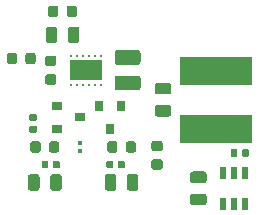
<source format=gbr>
G04 #@! TF.GenerationSoftware,KiCad,Pcbnew,(5.1.5)-3*
G04 #@! TF.CreationDate,2021-01-08T03:31:11-05:00*
G04 #@! TF.ProjectId,EPC611 LIDAR,45504336-3131-4204-9c49-4441522e6b69,rev?*
G04 #@! TF.SameCoordinates,Original*
G04 #@! TF.FileFunction,Paste,Bot*
G04 #@! TF.FilePolarity,Positive*
%FSLAX46Y46*%
G04 Gerber Fmt 4.6, Leading zero omitted, Abs format (unit mm)*
G04 Created by KiCad (PCBNEW (5.1.5)-3) date 2021-01-08 03:31:11*
%MOMM*%
%LPD*%
G04 APERTURE LIST*
%ADD10R,0.550000X1.050000*%
%ADD11R,0.250000X0.250000*%
%ADD12R,2.700000X1.700000*%
%ADD13C,0.100000*%
%ADD14R,6.100000X2.350000*%
%ADD15R,0.900000X0.800000*%
%ADD16R,0.800000X0.900000*%
G04 APERTURE END LIST*
D10*
X122450000Y-110700000D03*
X121500000Y-110700000D03*
X120550000Y-110700000D03*
X120550000Y-113300000D03*
X121500000Y-113300000D03*
X122450000Y-113300000D03*
D11*
X107750000Y-100775000D03*
X107750000Y-103225000D03*
D12*
X109000000Y-102000000D03*
D11*
X110250000Y-100775000D03*
X109750000Y-100775000D03*
X109250000Y-100775000D03*
X108750000Y-100775000D03*
X108250000Y-100775000D03*
X108250000Y-103225000D03*
X108750000Y-103225000D03*
X109250000Y-103225000D03*
X109750000Y-103225000D03*
X110250000Y-103225000D03*
D13*
G36*
X105676958Y-109680710D02*
G01*
X105691276Y-109682834D01*
X105705317Y-109686351D01*
X105718946Y-109691228D01*
X105732031Y-109697417D01*
X105744447Y-109704858D01*
X105756073Y-109713481D01*
X105766798Y-109723202D01*
X105776519Y-109733927D01*
X105785142Y-109745553D01*
X105792583Y-109757969D01*
X105798772Y-109771054D01*
X105803649Y-109784683D01*
X105807166Y-109798724D01*
X105809290Y-109813042D01*
X105810000Y-109827500D01*
X105810000Y-110172500D01*
X105809290Y-110186958D01*
X105807166Y-110201276D01*
X105803649Y-110215317D01*
X105798772Y-110228946D01*
X105792583Y-110242031D01*
X105785142Y-110254447D01*
X105776519Y-110266073D01*
X105766798Y-110276798D01*
X105756073Y-110286519D01*
X105744447Y-110295142D01*
X105732031Y-110302583D01*
X105718946Y-110308772D01*
X105705317Y-110313649D01*
X105691276Y-110317166D01*
X105676958Y-110319290D01*
X105662500Y-110320000D01*
X105367500Y-110320000D01*
X105353042Y-110319290D01*
X105338724Y-110317166D01*
X105324683Y-110313649D01*
X105311054Y-110308772D01*
X105297969Y-110302583D01*
X105285553Y-110295142D01*
X105273927Y-110286519D01*
X105263202Y-110276798D01*
X105253481Y-110266073D01*
X105244858Y-110254447D01*
X105237417Y-110242031D01*
X105231228Y-110228946D01*
X105226351Y-110215317D01*
X105222834Y-110201276D01*
X105220710Y-110186958D01*
X105220000Y-110172500D01*
X105220000Y-109827500D01*
X105220710Y-109813042D01*
X105222834Y-109798724D01*
X105226351Y-109784683D01*
X105231228Y-109771054D01*
X105237417Y-109757969D01*
X105244858Y-109745553D01*
X105253481Y-109733927D01*
X105263202Y-109723202D01*
X105273927Y-109713481D01*
X105285553Y-109704858D01*
X105297969Y-109697417D01*
X105311054Y-109691228D01*
X105324683Y-109686351D01*
X105338724Y-109682834D01*
X105353042Y-109680710D01*
X105367500Y-109680000D01*
X105662500Y-109680000D01*
X105676958Y-109680710D01*
G37*
G36*
X106646958Y-109680710D02*
G01*
X106661276Y-109682834D01*
X106675317Y-109686351D01*
X106688946Y-109691228D01*
X106702031Y-109697417D01*
X106714447Y-109704858D01*
X106726073Y-109713481D01*
X106736798Y-109723202D01*
X106746519Y-109733927D01*
X106755142Y-109745553D01*
X106762583Y-109757969D01*
X106768772Y-109771054D01*
X106773649Y-109784683D01*
X106777166Y-109798724D01*
X106779290Y-109813042D01*
X106780000Y-109827500D01*
X106780000Y-110172500D01*
X106779290Y-110186958D01*
X106777166Y-110201276D01*
X106773649Y-110215317D01*
X106768772Y-110228946D01*
X106762583Y-110242031D01*
X106755142Y-110254447D01*
X106746519Y-110266073D01*
X106736798Y-110276798D01*
X106726073Y-110286519D01*
X106714447Y-110295142D01*
X106702031Y-110302583D01*
X106688946Y-110308772D01*
X106675317Y-110313649D01*
X106661276Y-110317166D01*
X106646958Y-110319290D01*
X106632500Y-110320000D01*
X106337500Y-110320000D01*
X106323042Y-110319290D01*
X106308724Y-110317166D01*
X106294683Y-110313649D01*
X106281054Y-110308772D01*
X106267969Y-110302583D01*
X106255553Y-110295142D01*
X106243927Y-110286519D01*
X106233202Y-110276798D01*
X106223481Y-110266073D01*
X106214858Y-110254447D01*
X106207417Y-110242031D01*
X106201228Y-110228946D01*
X106196351Y-110215317D01*
X106192834Y-110201276D01*
X106190710Y-110186958D01*
X106190000Y-110172500D01*
X106190000Y-109827500D01*
X106190710Y-109813042D01*
X106192834Y-109798724D01*
X106196351Y-109784683D01*
X106201228Y-109771054D01*
X106207417Y-109757969D01*
X106214858Y-109745553D01*
X106223481Y-109733927D01*
X106233202Y-109723202D01*
X106243927Y-109713481D01*
X106255553Y-109704858D01*
X106267969Y-109697417D01*
X106281054Y-109691228D01*
X106294683Y-109686351D01*
X106308724Y-109682834D01*
X106323042Y-109680710D01*
X106337500Y-109680000D01*
X106632500Y-109680000D01*
X106646958Y-109680710D01*
G37*
G36*
X104952691Y-108026053D02*
G01*
X104973926Y-108029203D01*
X104994750Y-108034419D01*
X105014962Y-108041651D01*
X105034368Y-108050830D01*
X105052781Y-108061866D01*
X105070024Y-108074654D01*
X105085930Y-108089070D01*
X105100346Y-108104976D01*
X105113134Y-108122219D01*
X105124170Y-108140632D01*
X105133349Y-108160038D01*
X105140581Y-108180250D01*
X105145797Y-108201074D01*
X105148947Y-108222309D01*
X105150000Y-108243750D01*
X105150000Y-108756250D01*
X105148947Y-108777691D01*
X105145797Y-108798926D01*
X105140581Y-108819750D01*
X105133349Y-108839962D01*
X105124170Y-108859368D01*
X105113134Y-108877781D01*
X105100346Y-108895024D01*
X105085930Y-108910930D01*
X105070024Y-108925346D01*
X105052781Y-108938134D01*
X105034368Y-108949170D01*
X105014962Y-108958349D01*
X104994750Y-108965581D01*
X104973926Y-108970797D01*
X104952691Y-108973947D01*
X104931250Y-108975000D01*
X104493750Y-108975000D01*
X104472309Y-108973947D01*
X104451074Y-108970797D01*
X104430250Y-108965581D01*
X104410038Y-108958349D01*
X104390632Y-108949170D01*
X104372219Y-108938134D01*
X104354976Y-108925346D01*
X104339070Y-108910930D01*
X104324654Y-108895024D01*
X104311866Y-108877781D01*
X104300830Y-108859368D01*
X104291651Y-108839962D01*
X104284419Y-108819750D01*
X104279203Y-108798926D01*
X104276053Y-108777691D01*
X104275000Y-108756250D01*
X104275000Y-108243750D01*
X104276053Y-108222309D01*
X104279203Y-108201074D01*
X104284419Y-108180250D01*
X104291651Y-108160038D01*
X104300830Y-108140632D01*
X104311866Y-108122219D01*
X104324654Y-108104976D01*
X104339070Y-108089070D01*
X104354976Y-108074654D01*
X104372219Y-108061866D01*
X104390632Y-108050830D01*
X104410038Y-108041651D01*
X104430250Y-108034419D01*
X104451074Y-108029203D01*
X104472309Y-108026053D01*
X104493750Y-108025000D01*
X104931250Y-108025000D01*
X104952691Y-108026053D01*
G37*
G36*
X106527691Y-108026053D02*
G01*
X106548926Y-108029203D01*
X106569750Y-108034419D01*
X106589962Y-108041651D01*
X106609368Y-108050830D01*
X106627781Y-108061866D01*
X106645024Y-108074654D01*
X106660930Y-108089070D01*
X106675346Y-108104976D01*
X106688134Y-108122219D01*
X106699170Y-108140632D01*
X106708349Y-108160038D01*
X106715581Y-108180250D01*
X106720797Y-108201074D01*
X106723947Y-108222309D01*
X106725000Y-108243750D01*
X106725000Y-108756250D01*
X106723947Y-108777691D01*
X106720797Y-108798926D01*
X106715581Y-108819750D01*
X106708349Y-108839962D01*
X106699170Y-108859368D01*
X106688134Y-108877781D01*
X106675346Y-108895024D01*
X106660930Y-108910930D01*
X106645024Y-108925346D01*
X106627781Y-108938134D01*
X106609368Y-108949170D01*
X106589962Y-108958349D01*
X106569750Y-108965581D01*
X106548926Y-108970797D01*
X106527691Y-108973947D01*
X106506250Y-108975000D01*
X106068750Y-108975000D01*
X106047309Y-108973947D01*
X106026074Y-108970797D01*
X106005250Y-108965581D01*
X105985038Y-108958349D01*
X105965632Y-108949170D01*
X105947219Y-108938134D01*
X105929976Y-108925346D01*
X105914070Y-108910930D01*
X105899654Y-108895024D01*
X105886866Y-108877781D01*
X105875830Y-108859368D01*
X105866651Y-108839962D01*
X105859419Y-108819750D01*
X105854203Y-108798926D01*
X105851053Y-108777691D01*
X105850000Y-108756250D01*
X105850000Y-108243750D01*
X105851053Y-108222309D01*
X105854203Y-108201074D01*
X105859419Y-108180250D01*
X105866651Y-108160038D01*
X105875830Y-108140632D01*
X105886866Y-108122219D01*
X105899654Y-108104976D01*
X105914070Y-108089070D01*
X105929976Y-108074654D01*
X105947219Y-108061866D01*
X105965632Y-108050830D01*
X105985038Y-108041651D01*
X106005250Y-108034419D01*
X106026074Y-108029203D01*
X106047309Y-108026053D01*
X106068750Y-108025000D01*
X106506250Y-108025000D01*
X106527691Y-108026053D01*
G37*
G36*
X111176958Y-109680710D02*
G01*
X111191276Y-109682834D01*
X111205317Y-109686351D01*
X111218946Y-109691228D01*
X111232031Y-109697417D01*
X111244447Y-109704858D01*
X111256073Y-109713481D01*
X111266798Y-109723202D01*
X111276519Y-109733927D01*
X111285142Y-109745553D01*
X111292583Y-109757969D01*
X111298772Y-109771054D01*
X111303649Y-109784683D01*
X111307166Y-109798724D01*
X111309290Y-109813042D01*
X111310000Y-109827500D01*
X111310000Y-110172500D01*
X111309290Y-110186958D01*
X111307166Y-110201276D01*
X111303649Y-110215317D01*
X111298772Y-110228946D01*
X111292583Y-110242031D01*
X111285142Y-110254447D01*
X111276519Y-110266073D01*
X111266798Y-110276798D01*
X111256073Y-110286519D01*
X111244447Y-110295142D01*
X111232031Y-110302583D01*
X111218946Y-110308772D01*
X111205317Y-110313649D01*
X111191276Y-110317166D01*
X111176958Y-110319290D01*
X111162500Y-110320000D01*
X110867500Y-110320000D01*
X110853042Y-110319290D01*
X110838724Y-110317166D01*
X110824683Y-110313649D01*
X110811054Y-110308772D01*
X110797969Y-110302583D01*
X110785553Y-110295142D01*
X110773927Y-110286519D01*
X110763202Y-110276798D01*
X110753481Y-110266073D01*
X110744858Y-110254447D01*
X110737417Y-110242031D01*
X110731228Y-110228946D01*
X110726351Y-110215317D01*
X110722834Y-110201276D01*
X110720710Y-110186958D01*
X110720000Y-110172500D01*
X110720000Y-109827500D01*
X110720710Y-109813042D01*
X110722834Y-109798724D01*
X110726351Y-109784683D01*
X110731228Y-109771054D01*
X110737417Y-109757969D01*
X110744858Y-109745553D01*
X110753481Y-109733927D01*
X110763202Y-109723202D01*
X110773927Y-109713481D01*
X110785553Y-109704858D01*
X110797969Y-109697417D01*
X110811054Y-109691228D01*
X110824683Y-109686351D01*
X110838724Y-109682834D01*
X110853042Y-109680710D01*
X110867500Y-109680000D01*
X111162500Y-109680000D01*
X111176958Y-109680710D01*
G37*
G36*
X112146958Y-109680710D02*
G01*
X112161276Y-109682834D01*
X112175317Y-109686351D01*
X112188946Y-109691228D01*
X112202031Y-109697417D01*
X112214447Y-109704858D01*
X112226073Y-109713481D01*
X112236798Y-109723202D01*
X112246519Y-109733927D01*
X112255142Y-109745553D01*
X112262583Y-109757969D01*
X112268772Y-109771054D01*
X112273649Y-109784683D01*
X112277166Y-109798724D01*
X112279290Y-109813042D01*
X112280000Y-109827500D01*
X112280000Y-110172500D01*
X112279290Y-110186958D01*
X112277166Y-110201276D01*
X112273649Y-110215317D01*
X112268772Y-110228946D01*
X112262583Y-110242031D01*
X112255142Y-110254447D01*
X112246519Y-110266073D01*
X112236798Y-110276798D01*
X112226073Y-110286519D01*
X112214447Y-110295142D01*
X112202031Y-110302583D01*
X112188946Y-110308772D01*
X112175317Y-110313649D01*
X112161276Y-110317166D01*
X112146958Y-110319290D01*
X112132500Y-110320000D01*
X111837500Y-110320000D01*
X111823042Y-110319290D01*
X111808724Y-110317166D01*
X111794683Y-110313649D01*
X111781054Y-110308772D01*
X111767969Y-110302583D01*
X111755553Y-110295142D01*
X111743927Y-110286519D01*
X111733202Y-110276798D01*
X111723481Y-110266073D01*
X111714858Y-110254447D01*
X111707417Y-110242031D01*
X111701228Y-110228946D01*
X111696351Y-110215317D01*
X111692834Y-110201276D01*
X111690710Y-110186958D01*
X111690000Y-110172500D01*
X111690000Y-109827500D01*
X111690710Y-109813042D01*
X111692834Y-109798724D01*
X111696351Y-109784683D01*
X111701228Y-109771054D01*
X111707417Y-109757969D01*
X111714858Y-109745553D01*
X111723481Y-109733927D01*
X111733202Y-109723202D01*
X111743927Y-109713481D01*
X111755553Y-109704858D01*
X111767969Y-109697417D01*
X111781054Y-109691228D01*
X111794683Y-109686351D01*
X111808724Y-109682834D01*
X111823042Y-109680710D01*
X111837500Y-109680000D01*
X112132500Y-109680000D01*
X112146958Y-109680710D01*
G37*
G36*
X111452691Y-108026053D02*
G01*
X111473926Y-108029203D01*
X111494750Y-108034419D01*
X111514962Y-108041651D01*
X111534368Y-108050830D01*
X111552781Y-108061866D01*
X111570024Y-108074654D01*
X111585930Y-108089070D01*
X111600346Y-108104976D01*
X111613134Y-108122219D01*
X111624170Y-108140632D01*
X111633349Y-108160038D01*
X111640581Y-108180250D01*
X111645797Y-108201074D01*
X111648947Y-108222309D01*
X111650000Y-108243750D01*
X111650000Y-108756250D01*
X111648947Y-108777691D01*
X111645797Y-108798926D01*
X111640581Y-108819750D01*
X111633349Y-108839962D01*
X111624170Y-108859368D01*
X111613134Y-108877781D01*
X111600346Y-108895024D01*
X111585930Y-108910930D01*
X111570024Y-108925346D01*
X111552781Y-108938134D01*
X111534368Y-108949170D01*
X111514962Y-108958349D01*
X111494750Y-108965581D01*
X111473926Y-108970797D01*
X111452691Y-108973947D01*
X111431250Y-108975000D01*
X110993750Y-108975000D01*
X110972309Y-108973947D01*
X110951074Y-108970797D01*
X110930250Y-108965581D01*
X110910038Y-108958349D01*
X110890632Y-108949170D01*
X110872219Y-108938134D01*
X110854976Y-108925346D01*
X110839070Y-108910930D01*
X110824654Y-108895024D01*
X110811866Y-108877781D01*
X110800830Y-108859368D01*
X110791651Y-108839962D01*
X110784419Y-108819750D01*
X110779203Y-108798926D01*
X110776053Y-108777691D01*
X110775000Y-108756250D01*
X110775000Y-108243750D01*
X110776053Y-108222309D01*
X110779203Y-108201074D01*
X110784419Y-108180250D01*
X110791651Y-108160038D01*
X110800830Y-108140632D01*
X110811866Y-108122219D01*
X110824654Y-108104976D01*
X110839070Y-108089070D01*
X110854976Y-108074654D01*
X110872219Y-108061866D01*
X110890632Y-108050830D01*
X110910038Y-108041651D01*
X110930250Y-108034419D01*
X110951074Y-108029203D01*
X110972309Y-108026053D01*
X110993750Y-108025000D01*
X111431250Y-108025000D01*
X111452691Y-108026053D01*
G37*
G36*
X113027691Y-108026053D02*
G01*
X113048926Y-108029203D01*
X113069750Y-108034419D01*
X113089962Y-108041651D01*
X113109368Y-108050830D01*
X113127781Y-108061866D01*
X113145024Y-108074654D01*
X113160930Y-108089070D01*
X113175346Y-108104976D01*
X113188134Y-108122219D01*
X113199170Y-108140632D01*
X113208349Y-108160038D01*
X113215581Y-108180250D01*
X113220797Y-108201074D01*
X113223947Y-108222309D01*
X113225000Y-108243750D01*
X113225000Y-108756250D01*
X113223947Y-108777691D01*
X113220797Y-108798926D01*
X113215581Y-108819750D01*
X113208349Y-108839962D01*
X113199170Y-108859368D01*
X113188134Y-108877781D01*
X113175346Y-108895024D01*
X113160930Y-108910930D01*
X113145024Y-108925346D01*
X113127781Y-108938134D01*
X113109368Y-108949170D01*
X113089962Y-108958349D01*
X113069750Y-108965581D01*
X113048926Y-108970797D01*
X113027691Y-108973947D01*
X113006250Y-108975000D01*
X112568750Y-108975000D01*
X112547309Y-108973947D01*
X112526074Y-108970797D01*
X112505250Y-108965581D01*
X112485038Y-108958349D01*
X112465632Y-108949170D01*
X112447219Y-108938134D01*
X112429976Y-108925346D01*
X112414070Y-108910930D01*
X112399654Y-108895024D01*
X112386866Y-108877781D01*
X112375830Y-108859368D01*
X112366651Y-108839962D01*
X112359419Y-108819750D01*
X112354203Y-108798926D01*
X112351053Y-108777691D01*
X112350000Y-108756250D01*
X112350000Y-108243750D01*
X112351053Y-108222309D01*
X112354203Y-108201074D01*
X112359419Y-108180250D01*
X112366651Y-108160038D01*
X112375830Y-108140632D01*
X112386866Y-108122219D01*
X112399654Y-108104976D01*
X112414070Y-108089070D01*
X112429976Y-108074654D01*
X112447219Y-108061866D01*
X112465632Y-108050830D01*
X112485038Y-108041651D01*
X112505250Y-108034419D01*
X112526074Y-108029203D01*
X112547309Y-108026053D01*
X112568750Y-108025000D01*
X113006250Y-108025000D01*
X113027691Y-108026053D01*
G37*
G36*
X106277691Y-102351053D02*
G01*
X106298926Y-102354203D01*
X106319750Y-102359419D01*
X106339962Y-102366651D01*
X106359368Y-102375830D01*
X106377781Y-102386866D01*
X106395024Y-102399654D01*
X106410930Y-102414070D01*
X106425346Y-102429976D01*
X106438134Y-102447219D01*
X106449170Y-102465632D01*
X106458349Y-102485038D01*
X106465581Y-102505250D01*
X106470797Y-102526074D01*
X106473947Y-102547309D01*
X106475000Y-102568750D01*
X106475000Y-103006250D01*
X106473947Y-103027691D01*
X106470797Y-103048926D01*
X106465581Y-103069750D01*
X106458349Y-103089962D01*
X106449170Y-103109368D01*
X106438134Y-103127781D01*
X106425346Y-103145024D01*
X106410930Y-103160930D01*
X106395024Y-103175346D01*
X106377781Y-103188134D01*
X106359368Y-103199170D01*
X106339962Y-103208349D01*
X106319750Y-103215581D01*
X106298926Y-103220797D01*
X106277691Y-103223947D01*
X106256250Y-103225000D01*
X105743750Y-103225000D01*
X105722309Y-103223947D01*
X105701074Y-103220797D01*
X105680250Y-103215581D01*
X105660038Y-103208349D01*
X105640632Y-103199170D01*
X105622219Y-103188134D01*
X105604976Y-103175346D01*
X105589070Y-103160930D01*
X105574654Y-103145024D01*
X105561866Y-103127781D01*
X105550830Y-103109368D01*
X105541651Y-103089962D01*
X105534419Y-103069750D01*
X105529203Y-103048926D01*
X105526053Y-103027691D01*
X105525000Y-103006250D01*
X105525000Y-102568750D01*
X105526053Y-102547309D01*
X105529203Y-102526074D01*
X105534419Y-102505250D01*
X105541651Y-102485038D01*
X105550830Y-102465632D01*
X105561866Y-102447219D01*
X105574654Y-102429976D01*
X105589070Y-102414070D01*
X105604976Y-102399654D01*
X105622219Y-102386866D01*
X105640632Y-102375830D01*
X105660038Y-102366651D01*
X105680250Y-102359419D01*
X105701074Y-102354203D01*
X105722309Y-102351053D01*
X105743750Y-102350000D01*
X106256250Y-102350000D01*
X106277691Y-102351053D01*
G37*
G36*
X106277691Y-100776053D02*
G01*
X106298926Y-100779203D01*
X106319750Y-100784419D01*
X106339962Y-100791651D01*
X106359368Y-100800830D01*
X106377781Y-100811866D01*
X106395024Y-100824654D01*
X106410930Y-100839070D01*
X106425346Y-100854976D01*
X106438134Y-100872219D01*
X106449170Y-100890632D01*
X106458349Y-100910038D01*
X106465581Y-100930250D01*
X106470797Y-100951074D01*
X106473947Y-100972309D01*
X106475000Y-100993750D01*
X106475000Y-101431250D01*
X106473947Y-101452691D01*
X106470797Y-101473926D01*
X106465581Y-101494750D01*
X106458349Y-101514962D01*
X106449170Y-101534368D01*
X106438134Y-101552781D01*
X106425346Y-101570024D01*
X106410930Y-101585930D01*
X106395024Y-101600346D01*
X106377781Y-101613134D01*
X106359368Y-101624170D01*
X106339962Y-101633349D01*
X106319750Y-101640581D01*
X106298926Y-101645797D01*
X106277691Y-101648947D01*
X106256250Y-101650000D01*
X105743750Y-101650000D01*
X105722309Y-101648947D01*
X105701074Y-101645797D01*
X105680250Y-101640581D01*
X105660038Y-101633349D01*
X105640632Y-101624170D01*
X105622219Y-101613134D01*
X105604976Y-101600346D01*
X105589070Y-101585930D01*
X105574654Y-101570024D01*
X105561866Y-101552781D01*
X105550830Y-101534368D01*
X105541651Y-101514962D01*
X105534419Y-101494750D01*
X105529203Y-101473926D01*
X105526053Y-101452691D01*
X105525000Y-101431250D01*
X105525000Y-100993750D01*
X105526053Y-100972309D01*
X105529203Y-100951074D01*
X105534419Y-100930250D01*
X105541651Y-100910038D01*
X105550830Y-100890632D01*
X105561866Y-100872219D01*
X105574654Y-100854976D01*
X105589070Y-100839070D01*
X105604976Y-100824654D01*
X105622219Y-100811866D01*
X105640632Y-100800830D01*
X105660038Y-100791651D01*
X105680250Y-100784419D01*
X105701074Y-100779203D01*
X105722309Y-100776053D01*
X105743750Y-100775000D01*
X106256250Y-100775000D01*
X106277691Y-100776053D01*
G37*
G36*
X108027691Y-96526053D02*
G01*
X108048926Y-96529203D01*
X108069750Y-96534419D01*
X108089962Y-96541651D01*
X108109368Y-96550830D01*
X108127781Y-96561866D01*
X108145024Y-96574654D01*
X108160930Y-96589070D01*
X108175346Y-96604976D01*
X108188134Y-96622219D01*
X108199170Y-96640632D01*
X108208349Y-96660038D01*
X108215581Y-96680250D01*
X108220797Y-96701074D01*
X108223947Y-96722309D01*
X108225000Y-96743750D01*
X108225000Y-97256250D01*
X108223947Y-97277691D01*
X108220797Y-97298926D01*
X108215581Y-97319750D01*
X108208349Y-97339962D01*
X108199170Y-97359368D01*
X108188134Y-97377781D01*
X108175346Y-97395024D01*
X108160930Y-97410930D01*
X108145024Y-97425346D01*
X108127781Y-97438134D01*
X108109368Y-97449170D01*
X108089962Y-97458349D01*
X108069750Y-97465581D01*
X108048926Y-97470797D01*
X108027691Y-97473947D01*
X108006250Y-97475000D01*
X107568750Y-97475000D01*
X107547309Y-97473947D01*
X107526074Y-97470797D01*
X107505250Y-97465581D01*
X107485038Y-97458349D01*
X107465632Y-97449170D01*
X107447219Y-97438134D01*
X107429976Y-97425346D01*
X107414070Y-97410930D01*
X107399654Y-97395024D01*
X107386866Y-97377781D01*
X107375830Y-97359368D01*
X107366651Y-97339962D01*
X107359419Y-97319750D01*
X107354203Y-97298926D01*
X107351053Y-97277691D01*
X107350000Y-97256250D01*
X107350000Y-96743750D01*
X107351053Y-96722309D01*
X107354203Y-96701074D01*
X107359419Y-96680250D01*
X107366651Y-96660038D01*
X107375830Y-96640632D01*
X107386866Y-96622219D01*
X107399654Y-96604976D01*
X107414070Y-96589070D01*
X107429976Y-96574654D01*
X107447219Y-96561866D01*
X107465632Y-96550830D01*
X107485038Y-96541651D01*
X107505250Y-96534419D01*
X107526074Y-96529203D01*
X107547309Y-96526053D01*
X107568750Y-96525000D01*
X108006250Y-96525000D01*
X108027691Y-96526053D01*
G37*
G36*
X106452691Y-96526053D02*
G01*
X106473926Y-96529203D01*
X106494750Y-96534419D01*
X106514962Y-96541651D01*
X106534368Y-96550830D01*
X106552781Y-96561866D01*
X106570024Y-96574654D01*
X106585930Y-96589070D01*
X106600346Y-96604976D01*
X106613134Y-96622219D01*
X106624170Y-96640632D01*
X106633349Y-96660038D01*
X106640581Y-96680250D01*
X106645797Y-96701074D01*
X106648947Y-96722309D01*
X106650000Y-96743750D01*
X106650000Y-97256250D01*
X106648947Y-97277691D01*
X106645797Y-97298926D01*
X106640581Y-97319750D01*
X106633349Y-97339962D01*
X106624170Y-97359368D01*
X106613134Y-97377781D01*
X106600346Y-97395024D01*
X106585930Y-97410930D01*
X106570024Y-97425346D01*
X106552781Y-97438134D01*
X106534368Y-97449170D01*
X106514962Y-97458349D01*
X106494750Y-97465581D01*
X106473926Y-97470797D01*
X106452691Y-97473947D01*
X106431250Y-97475000D01*
X105993750Y-97475000D01*
X105972309Y-97473947D01*
X105951074Y-97470797D01*
X105930250Y-97465581D01*
X105910038Y-97458349D01*
X105890632Y-97449170D01*
X105872219Y-97438134D01*
X105854976Y-97425346D01*
X105839070Y-97410930D01*
X105824654Y-97395024D01*
X105811866Y-97377781D01*
X105800830Y-97359368D01*
X105791651Y-97339962D01*
X105784419Y-97319750D01*
X105779203Y-97298926D01*
X105776053Y-97277691D01*
X105775000Y-97256250D01*
X105775000Y-96743750D01*
X105776053Y-96722309D01*
X105779203Y-96701074D01*
X105784419Y-96680250D01*
X105791651Y-96660038D01*
X105800830Y-96640632D01*
X105811866Y-96622219D01*
X105824654Y-96604976D01*
X105839070Y-96589070D01*
X105854976Y-96574654D01*
X105872219Y-96561866D01*
X105890632Y-96550830D01*
X105910038Y-96541651D01*
X105930250Y-96534419D01*
X105951074Y-96529203D01*
X105972309Y-96526053D01*
X105993750Y-96525000D01*
X106431250Y-96525000D01*
X106452691Y-96526053D01*
G37*
D14*
X120000000Y-102100000D03*
X120000000Y-107000000D03*
D13*
G36*
X108608292Y-108686383D02*
G01*
X108616010Y-108687528D01*
X108623578Y-108689423D01*
X108630923Y-108692052D01*
X108637976Y-108695387D01*
X108644668Y-108699398D01*
X108650934Y-108704046D01*
X108656715Y-108709285D01*
X108661954Y-108715066D01*
X108666602Y-108721332D01*
X108670613Y-108728024D01*
X108673948Y-108735077D01*
X108676577Y-108742422D01*
X108678472Y-108749990D01*
X108679617Y-108757708D01*
X108680000Y-108765500D01*
X108680000Y-108924500D01*
X108679617Y-108932292D01*
X108678472Y-108940010D01*
X108676577Y-108947578D01*
X108673948Y-108954923D01*
X108670613Y-108961976D01*
X108666602Y-108968668D01*
X108661954Y-108974934D01*
X108656715Y-108980715D01*
X108650934Y-108985954D01*
X108644668Y-108990602D01*
X108637976Y-108994613D01*
X108630923Y-108997948D01*
X108623578Y-109000577D01*
X108616010Y-109002472D01*
X108608292Y-109003617D01*
X108600500Y-109004000D01*
X108399500Y-109004000D01*
X108391708Y-109003617D01*
X108383990Y-109002472D01*
X108376422Y-109000577D01*
X108369077Y-108997948D01*
X108362024Y-108994613D01*
X108355332Y-108990602D01*
X108349066Y-108985954D01*
X108343285Y-108980715D01*
X108338046Y-108974934D01*
X108333398Y-108968668D01*
X108329387Y-108961976D01*
X108326052Y-108954923D01*
X108323423Y-108947578D01*
X108321528Y-108940010D01*
X108320383Y-108932292D01*
X108320000Y-108924500D01*
X108320000Y-108765500D01*
X108320383Y-108757708D01*
X108321528Y-108749990D01*
X108323423Y-108742422D01*
X108326052Y-108735077D01*
X108329387Y-108728024D01*
X108333398Y-108721332D01*
X108338046Y-108715066D01*
X108343285Y-108709285D01*
X108349066Y-108704046D01*
X108355332Y-108699398D01*
X108362024Y-108695387D01*
X108369077Y-108692052D01*
X108376422Y-108689423D01*
X108383990Y-108687528D01*
X108391708Y-108686383D01*
X108399500Y-108686000D01*
X108600500Y-108686000D01*
X108608292Y-108686383D01*
G37*
G36*
X108608292Y-107996383D02*
G01*
X108616010Y-107997528D01*
X108623578Y-107999423D01*
X108630923Y-108002052D01*
X108637976Y-108005387D01*
X108644668Y-108009398D01*
X108650934Y-108014046D01*
X108656715Y-108019285D01*
X108661954Y-108025066D01*
X108666602Y-108031332D01*
X108670613Y-108038024D01*
X108673948Y-108045077D01*
X108676577Y-108052422D01*
X108678472Y-108059990D01*
X108679617Y-108067708D01*
X108680000Y-108075500D01*
X108680000Y-108234500D01*
X108679617Y-108242292D01*
X108678472Y-108250010D01*
X108676577Y-108257578D01*
X108673948Y-108264923D01*
X108670613Y-108271976D01*
X108666602Y-108278668D01*
X108661954Y-108284934D01*
X108656715Y-108290715D01*
X108650934Y-108295954D01*
X108644668Y-108300602D01*
X108637976Y-108304613D01*
X108630923Y-108307948D01*
X108623578Y-108310577D01*
X108616010Y-108312472D01*
X108608292Y-108313617D01*
X108600500Y-108314000D01*
X108399500Y-108314000D01*
X108391708Y-108313617D01*
X108383990Y-108312472D01*
X108376422Y-108310577D01*
X108369077Y-108307948D01*
X108362024Y-108304613D01*
X108355332Y-108300602D01*
X108349066Y-108295954D01*
X108343285Y-108290715D01*
X108338046Y-108284934D01*
X108333398Y-108278668D01*
X108329387Y-108271976D01*
X108326052Y-108264923D01*
X108323423Y-108257578D01*
X108321528Y-108250010D01*
X108320383Y-108242292D01*
X108320000Y-108234500D01*
X108320000Y-108075500D01*
X108320383Y-108067708D01*
X108321528Y-108059990D01*
X108323423Y-108052422D01*
X108326052Y-108045077D01*
X108329387Y-108038024D01*
X108333398Y-108031332D01*
X108338046Y-108025066D01*
X108343285Y-108019285D01*
X108349066Y-108014046D01*
X108355332Y-108009398D01*
X108362024Y-108005387D01*
X108369077Y-108002052D01*
X108376422Y-107999423D01*
X108383990Y-107997528D01*
X108391708Y-107996383D01*
X108399500Y-107996000D01*
X108600500Y-107996000D01*
X108608292Y-107996383D01*
G37*
G36*
X113374504Y-102451204D02*
G01*
X113398773Y-102454804D01*
X113422571Y-102460765D01*
X113445671Y-102469030D01*
X113467849Y-102479520D01*
X113488893Y-102492133D01*
X113508598Y-102506747D01*
X113526777Y-102523223D01*
X113543253Y-102541402D01*
X113557867Y-102561107D01*
X113570480Y-102582151D01*
X113580970Y-102604329D01*
X113589235Y-102627429D01*
X113595196Y-102651227D01*
X113598796Y-102675496D01*
X113600000Y-102700000D01*
X113600000Y-103450000D01*
X113598796Y-103474504D01*
X113595196Y-103498773D01*
X113589235Y-103522571D01*
X113580970Y-103545671D01*
X113570480Y-103567849D01*
X113557867Y-103588893D01*
X113543253Y-103608598D01*
X113526777Y-103626777D01*
X113508598Y-103643253D01*
X113488893Y-103657867D01*
X113467849Y-103670480D01*
X113445671Y-103680970D01*
X113422571Y-103689235D01*
X113398773Y-103695196D01*
X113374504Y-103698796D01*
X113350000Y-103700000D01*
X111650000Y-103700000D01*
X111625496Y-103698796D01*
X111601227Y-103695196D01*
X111577429Y-103689235D01*
X111554329Y-103680970D01*
X111532151Y-103670480D01*
X111511107Y-103657867D01*
X111491402Y-103643253D01*
X111473223Y-103626777D01*
X111456747Y-103608598D01*
X111442133Y-103588893D01*
X111429520Y-103567849D01*
X111419030Y-103545671D01*
X111410765Y-103522571D01*
X111404804Y-103498773D01*
X111401204Y-103474504D01*
X111400000Y-103450000D01*
X111400000Y-102700000D01*
X111401204Y-102675496D01*
X111404804Y-102651227D01*
X111410765Y-102627429D01*
X111419030Y-102604329D01*
X111429520Y-102582151D01*
X111442133Y-102561107D01*
X111456747Y-102541402D01*
X111473223Y-102523223D01*
X111491402Y-102506747D01*
X111511107Y-102492133D01*
X111532151Y-102479520D01*
X111554329Y-102469030D01*
X111577429Y-102460765D01*
X111601227Y-102454804D01*
X111625496Y-102451204D01*
X111650000Y-102450000D01*
X113350000Y-102450000D01*
X113374504Y-102451204D01*
G37*
G36*
X113374504Y-100301204D02*
G01*
X113398773Y-100304804D01*
X113422571Y-100310765D01*
X113445671Y-100319030D01*
X113467849Y-100329520D01*
X113488893Y-100342133D01*
X113508598Y-100356747D01*
X113526777Y-100373223D01*
X113543253Y-100391402D01*
X113557867Y-100411107D01*
X113570480Y-100432151D01*
X113580970Y-100454329D01*
X113589235Y-100477429D01*
X113595196Y-100501227D01*
X113598796Y-100525496D01*
X113600000Y-100550000D01*
X113600000Y-101300000D01*
X113598796Y-101324504D01*
X113595196Y-101348773D01*
X113589235Y-101372571D01*
X113580970Y-101395671D01*
X113570480Y-101417849D01*
X113557867Y-101438893D01*
X113543253Y-101458598D01*
X113526777Y-101476777D01*
X113508598Y-101493253D01*
X113488893Y-101507867D01*
X113467849Y-101520480D01*
X113445671Y-101530970D01*
X113422571Y-101539235D01*
X113398773Y-101545196D01*
X113374504Y-101548796D01*
X113350000Y-101550000D01*
X111650000Y-101550000D01*
X111625496Y-101548796D01*
X111601227Y-101545196D01*
X111577429Y-101539235D01*
X111554329Y-101530970D01*
X111532151Y-101520480D01*
X111511107Y-101507867D01*
X111491402Y-101493253D01*
X111473223Y-101476777D01*
X111456747Y-101458598D01*
X111442133Y-101438893D01*
X111429520Y-101417849D01*
X111419030Y-101395671D01*
X111410765Y-101372571D01*
X111404804Y-101348773D01*
X111401204Y-101324504D01*
X111400000Y-101300000D01*
X111400000Y-100550000D01*
X111401204Y-100525496D01*
X111404804Y-100501227D01*
X111410765Y-100477429D01*
X111419030Y-100454329D01*
X111429520Y-100432151D01*
X111442133Y-100411107D01*
X111456747Y-100391402D01*
X111473223Y-100373223D01*
X111491402Y-100356747D01*
X111511107Y-100342133D01*
X111532151Y-100329520D01*
X111554329Y-100319030D01*
X111577429Y-100310765D01*
X111601227Y-100304804D01*
X111625496Y-100301204D01*
X111650000Y-100300000D01*
X113350000Y-100300000D01*
X113374504Y-100301204D01*
G37*
D15*
X108500000Y-106000000D03*
X106500000Y-105050000D03*
X106500000Y-106950000D03*
D16*
X111000000Y-107000000D03*
X111950000Y-105000000D03*
X110050000Y-105000000D03*
D13*
G36*
X121676958Y-108680710D02*
G01*
X121691276Y-108682834D01*
X121705317Y-108686351D01*
X121718946Y-108691228D01*
X121732031Y-108697417D01*
X121744447Y-108704858D01*
X121756073Y-108713481D01*
X121766798Y-108723202D01*
X121776519Y-108733927D01*
X121785142Y-108745553D01*
X121792583Y-108757969D01*
X121798772Y-108771054D01*
X121803649Y-108784683D01*
X121807166Y-108798724D01*
X121809290Y-108813042D01*
X121810000Y-108827500D01*
X121810000Y-109172500D01*
X121809290Y-109186958D01*
X121807166Y-109201276D01*
X121803649Y-109215317D01*
X121798772Y-109228946D01*
X121792583Y-109242031D01*
X121785142Y-109254447D01*
X121776519Y-109266073D01*
X121766798Y-109276798D01*
X121756073Y-109286519D01*
X121744447Y-109295142D01*
X121732031Y-109302583D01*
X121718946Y-109308772D01*
X121705317Y-109313649D01*
X121691276Y-109317166D01*
X121676958Y-109319290D01*
X121662500Y-109320000D01*
X121367500Y-109320000D01*
X121353042Y-109319290D01*
X121338724Y-109317166D01*
X121324683Y-109313649D01*
X121311054Y-109308772D01*
X121297969Y-109302583D01*
X121285553Y-109295142D01*
X121273927Y-109286519D01*
X121263202Y-109276798D01*
X121253481Y-109266073D01*
X121244858Y-109254447D01*
X121237417Y-109242031D01*
X121231228Y-109228946D01*
X121226351Y-109215317D01*
X121222834Y-109201276D01*
X121220710Y-109186958D01*
X121220000Y-109172500D01*
X121220000Y-108827500D01*
X121220710Y-108813042D01*
X121222834Y-108798724D01*
X121226351Y-108784683D01*
X121231228Y-108771054D01*
X121237417Y-108757969D01*
X121244858Y-108745553D01*
X121253481Y-108733927D01*
X121263202Y-108723202D01*
X121273927Y-108713481D01*
X121285553Y-108704858D01*
X121297969Y-108697417D01*
X121311054Y-108691228D01*
X121324683Y-108686351D01*
X121338724Y-108682834D01*
X121353042Y-108680710D01*
X121367500Y-108680000D01*
X121662500Y-108680000D01*
X121676958Y-108680710D01*
G37*
G36*
X122646958Y-108680710D02*
G01*
X122661276Y-108682834D01*
X122675317Y-108686351D01*
X122688946Y-108691228D01*
X122702031Y-108697417D01*
X122714447Y-108704858D01*
X122726073Y-108713481D01*
X122736798Y-108723202D01*
X122746519Y-108733927D01*
X122755142Y-108745553D01*
X122762583Y-108757969D01*
X122768772Y-108771054D01*
X122773649Y-108784683D01*
X122777166Y-108798724D01*
X122779290Y-108813042D01*
X122780000Y-108827500D01*
X122780000Y-109172500D01*
X122779290Y-109186958D01*
X122777166Y-109201276D01*
X122773649Y-109215317D01*
X122768772Y-109228946D01*
X122762583Y-109242031D01*
X122755142Y-109254447D01*
X122746519Y-109266073D01*
X122736798Y-109276798D01*
X122726073Y-109286519D01*
X122714447Y-109295142D01*
X122702031Y-109302583D01*
X122688946Y-109308772D01*
X122675317Y-109313649D01*
X122661276Y-109317166D01*
X122646958Y-109319290D01*
X122632500Y-109320000D01*
X122337500Y-109320000D01*
X122323042Y-109319290D01*
X122308724Y-109317166D01*
X122294683Y-109313649D01*
X122281054Y-109308772D01*
X122267969Y-109302583D01*
X122255553Y-109295142D01*
X122243927Y-109286519D01*
X122233202Y-109276798D01*
X122223481Y-109266073D01*
X122214858Y-109254447D01*
X122207417Y-109242031D01*
X122201228Y-109228946D01*
X122196351Y-109215317D01*
X122192834Y-109201276D01*
X122190710Y-109186958D01*
X122190000Y-109172500D01*
X122190000Y-108827500D01*
X122190710Y-108813042D01*
X122192834Y-108798724D01*
X122196351Y-108784683D01*
X122201228Y-108771054D01*
X122207417Y-108757969D01*
X122214858Y-108745553D01*
X122223481Y-108733927D01*
X122233202Y-108723202D01*
X122243927Y-108713481D01*
X122255553Y-108704858D01*
X122267969Y-108697417D01*
X122281054Y-108691228D01*
X122294683Y-108686351D01*
X122308724Y-108682834D01*
X122323042Y-108680710D01*
X122337500Y-108680000D01*
X122632500Y-108680000D01*
X122646958Y-108680710D01*
G37*
G36*
X115980142Y-103076174D02*
G01*
X116003803Y-103079684D01*
X116027007Y-103085496D01*
X116049529Y-103093554D01*
X116071153Y-103103782D01*
X116091670Y-103116079D01*
X116110883Y-103130329D01*
X116128607Y-103146393D01*
X116144671Y-103164117D01*
X116158921Y-103183330D01*
X116171218Y-103203847D01*
X116181446Y-103225471D01*
X116189504Y-103247993D01*
X116195316Y-103271197D01*
X116198826Y-103294858D01*
X116200000Y-103318750D01*
X116200000Y-103806250D01*
X116198826Y-103830142D01*
X116195316Y-103853803D01*
X116189504Y-103877007D01*
X116181446Y-103899529D01*
X116171218Y-103921153D01*
X116158921Y-103941670D01*
X116144671Y-103960883D01*
X116128607Y-103978607D01*
X116110883Y-103994671D01*
X116091670Y-104008921D01*
X116071153Y-104021218D01*
X116049529Y-104031446D01*
X116027007Y-104039504D01*
X116003803Y-104045316D01*
X115980142Y-104048826D01*
X115956250Y-104050000D01*
X115043750Y-104050000D01*
X115019858Y-104048826D01*
X114996197Y-104045316D01*
X114972993Y-104039504D01*
X114950471Y-104031446D01*
X114928847Y-104021218D01*
X114908330Y-104008921D01*
X114889117Y-103994671D01*
X114871393Y-103978607D01*
X114855329Y-103960883D01*
X114841079Y-103941670D01*
X114828782Y-103921153D01*
X114818554Y-103899529D01*
X114810496Y-103877007D01*
X114804684Y-103853803D01*
X114801174Y-103830142D01*
X114800000Y-103806250D01*
X114800000Y-103318750D01*
X114801174Y-103294858D01*
X114804684Y-103271197D01*
X114810496Y-103247993D01*
X114818554Y-103225471D01*
X114828782Y-103203847D01*
X114841079Y-103183330D01*
X114855329Y-103164117D01*
X114871393Y-103146393D01*
X114889117Y-103130329D01*
X114908330Y-103116079D01*
X114928847Y-103103782D01*
X114950471Y-103093554D01*
X114972993Y-103085496D01*
X114996197Y-103079684D01*
X115019858Y-103076174D01*
X115043750Y-103075000D01*
X115956250Y-103075000D01*
X115980142Y-103076174D01*
G37*
G36*
X115980142Y-104951174D02*
G01*
X116003803Y-104954684D01*
X116027007Y-104960496D01*
X116049529Y-104968554D01*
X116071153Y-104978782D01*
X116091670Y-104991079D01*
X116110883Y-105005329D01*
X116128607Y-105021393D01*
X116144671Y-105039117D01*
X116158921Y-105058330D01*
X116171218Y-105078847D01*
X116181446Y-105100471D01*
X116189504Y-105122993D01*
X116195316Y-105146197D01*
X116198826Y-105169858D01*
X116200000Y-105193750D01*
X116200000Y-105681250D01*
X116198826Y-105705142D01*
X116195316Y-105728803D01*
X116189504Y-105752007D01*
X116181446Y-105774529D01*
X116171218Y-105796153D01*
X116158921Y-105816670D01*
X116144671Y-105835883D01*
X116128607Y-105853607D01*
X116110883Y-105869671D01*
X116091670Y-105883921D01*
X116071153Y-105896218D01*
X116049529Y-105906446D01*
X116027007Y-105914504D01*
X116003803Y-105920316D01*
X115980142Y-105923826D01*
X115956250Y-105925000D01*
X115043750Y-105925000D01*
X115019858Y-105923826D01*
X114996197Y-105920316D01*
X114972993Y-105914504D01*
X114950471Y-105906446D01*
X114928847Y-105896218D01*
X114908330Y-105883921D01*
X114889117Y-105869671D01*
X114871393Y-105853607D01*
X114855329Y-105835883D01*
X114841079Y-105816670D01*
X114828782Y-105796153D01*
X114818554Y-105774529D01*
X114810496Y-105752007D01*
X114804684Y-105728803D01*
X114801174Y-105705142D01*
X114800000Y-105681250D01*
X114800000Y-105193750D01*
X114801174Y-105169858D01*
X114804684Y-105146197D01*
X114810496Y-105122993D01*
X114818554Y-105100471D01*
X114828782Y-105078847D01*
X114841079Y-105058330D01*
X114855329Y-105039117D01*
X114871393Y-105021393D01*
X114889117Y-105005329D01*
X114908330Y-104991079D01*
X114928847Y-104978782D01*
X114950471Y-104968554D01*
X114972993Y-104960496D01*
X114996197Y-104954684D01*
X115019858Y-104951174D01*
X115043750Y-104950000D01*
X115956250Y-104950000D01*
X115980142Y-104951174D01*
G37*
G36*
X118980142Y-112451174D02*
G01*
X119003803Y-112454684D01*
X119027007Y-112460496D01*
X119049529Y-112468554D01*
X119071153Y-112478782D01*
X119091670Y-112491079D01*
X119110883Y-112505329D01*
X119128607Y-112521393D01*
X119144671Y-112539117D01*
X119158921Y-112558330D01*
X119171218Y-112578847D01*
X119181446Y-112600471D01*
X119189504Y-112622993D01*
X119195316Y-112646197D01*
X119198826Y-112669858D01*
X119200000Y-112693750D01*
X119200000Y-113181250D01*
X119198826Y-113205142D01*
X119195316Y-113228803D01*
X119189504Y-113252007D01*
X119181446Y-113274529D01*
X119171218Y-113296153D01*
X119158921Y-113316670D01*
X119144671Y-113335883D01*
X119128607Y-113353607D01*
X119110883Y-113369671D01*
X119091670Y-113383921D01*
X119071153Y-113396218D01*
X119049529Y-113406446D01*
X119027007Y-113414504D01*
X119003803Y-113420316D01*
X118980142Y-113423826D01*
X118956250Y-113425000D01*
X118043750Y-113425000D01*
X118019858Y-113423826D01*
X117996197Y-113420316D01*
X117972993Y-113414504D01*
X117950471Y-113406446D01*
X117928847Y-113396218D01*
X117908330Y-113383921D01*
X117889117Y-113369671D01*
X117871393Y-113353607D01*
X117855329Y-113335883D01*
X117841079Y-113316670D01*
X117828782Y-113296153D01*
X117818554Y-113274529D01*
X117810496Y-113252007D01*
X117804684Y-113228803D01*
X117801174Y-113205142D01*
X117800000Y-113181250D01*
X117800000Y-112693750D01*
X117801174Y-112669858D01*
X117804684Y-112646197D01*
X117810496Y-112622993D01*
X117818554Y-112600471D01*
X117828782Y-112578847D01*
X117841079Y-112558330D01*
X117855329Y-112539117D01*
X117871393Y-112521393D01*
X117889117Y-112505329D01*
X117908330Y-112491079D01*
X117928847Y-112478782D01*
X117950471Y-112468554D01*
X117972993Y-112460496D01*
X117996197Y-112454684D01*
X118019858Y-112451174D01*
X118043750Y-112450000D01*
X118956250Y-112450000D01*
X118980142Y-112451174D01*
G37*
G36*
X118980142Y-110576174D02*
G01*
X119003803Y-110579684D01*
X119027007Y-110585496D01*
X119049529Y-110593554D01*
X119071153Y-110603782D01*
X119091670Y-110616079D01*
X119110883Y-110630329D01*
X119128607Y-110646393D01*
X119144671Y-110664117D01*
X119158921Y-110683330D01*
X119171218Y-110703847D01*
X119181446Y-110725471D01*
X119189504Y-110747993D01*
X119195316Y-110771197D01*
X119198826Y-110794858D01*
X119200000Y-110818750D01*
X119200000Y-111306250D01*
X119198826Y-111330142D01*
X119195316Y-111353803D01*
X119189504Y-111377007D01*
X119181446Y-111399529D01*
X119171218Y-111421153D01*
X119158921Y-111441670D01*
X119144671Y-111460883D01*
X119128607Y-111478607D01*
X119110883Y-111494671D01*
X119091670Y-111508921D01*
X119071153Y-111521218D01*
X119049529Y-111531446D01*
X119027007Y-111539504D01*
X119003803Y-111545316D01*
X118980142Y-111548826D01*
X118956250Y-111550000D01*
X118043750Y-111550000D01*
X118019858Y-111548826D01*
X117996197Y-111545316D01*
X117972993Y-111539504D01*
X117950471Y-111531446D01*
X117928847Y-111521218D01*
X117908330Y-111508921D01*
X117889117Y-111494671D01*
X117871393Y-111478607D01*
X117855329Y-111460883D01*
X117841079Y-111441670D01*
X117828782Y-111421153D01*
X117818554Y-111399529D01*
X117810496Y-111377007D01*
X117804684Y-111353803D01*
X117801174Y-111330142D01*
X117800000Y-111306250D01*
X117800000Y-110818750D01*
X117801174Y-110794858D01*
X117804684Y-110771197D01*
X117810496Y-110747993D01*
X117818554Y-110725471D01*
X117828782Y-110703847D01*
X117841079Y-110683330D01*
X117855329Y-110664117D01*
X117871393Y-110646393D01*
X117889117Y-110630329D01*
X117908330Y-110616079D01*
X117928847Y-110603782D01*
X117950471Y-110593554D01*
X117972993Y-110585496D01*
X117996197Y-110579684D01*
X118019858Y-110576174D01*
X118043750Y-110575000D01*
X118956250Y-110575000D01*
X118980142Y-110576174D01*
G37*
G36*
X104686958Y-105720710D02*
G01*
X104701276Y-105722834D01*
X104715317Y-105726351D01*
X104728946Y-105731228D01*
X104742031Y-105737417D01*
X104754447Y-105744858D01*
X104766073Y-105753481D01*
X104776798Y-105763202D01*
X104786519Y-105773927D01*
X104795142Y-105785553D01*
X104802583Y-105797969D01*
X104808772Y-105811054D01*
X104813649Y-105824683D01*
X104817166Y-105838724D01*
X104819290Y-105853042D01*
X104820000Y-105867500D01*
X104820000Y-106162500D01*
X104819290Y-106176958D01*
X104817166Y-106191276D01*
X104813649Y-106205317D01*
X104808772Y-106218946D01*
X104802583Y-106232031D01*
X104795142Y-106244447D01*
X104786519Y-106256073D01*
X104776798Y-106266798D01*
X104766073Y-106276519D01*
X104754447Y-106285142D01*
X104742031Y-106292583D01*
X104728946Y-106298772D01*
X104715317Y-106303649D01*
X104701276Y-106307166D01*
X104686958Y-106309290D01*
X104672500Y-106310000D01*
X104327500Y-106310000D01*
X104313042Y-106309290D01*
X104298724Y-106307166D01*
X104284683Y-106303649D01*
X104271054Y-106298772D01*
X104257969Y-106292583D01*
X104245553Y-106285142D01*
X104233927Y-106276519D01*
X104223202Y-106266798D01*
X104213481Y-106256073D01*
X104204858Y-106244447D01*
X104197417Y-106232031D01*
X104191228Y-106218946D01*
X104186351Y-106205317D01*
X104182834Y-106191276D01*
X104180710Y-106176958D01*
X104180000Y-106162500D01*
X104180000Y-105867500D01*
X104180710Y-105853042D01*
X104182834Y-105838724D01*
X104186351Y-105824683D01*
X104191228Y-105811054D01*
X104197417Y-105797969D01*
X104204858Y-105785553D01*
X104213481Y-105773927D01*
X104223202Y-105763202D01*
X104233927Y-105753481D01*
X104245553Y-105744858D01*
X104257969Y-105737417D01*
X104271054Y-105731228D01*
X104284683Y-105726351D01*
X104298724Y-105722834D01*
X104313042Y-105720710D01*
X104327500Y-105720000D01*
X104672500Y-105720000D01*
X104686958Y-105720710D01*
G37*
G36*
X104686958Y-106690710D02*
G01*
X104701276Y-106692834D01*
X104715317Y-106696351D01*
X104728946Y-106701228D01*
X104742031Y-106707417D01*
X104754447Y-106714858D01*
X104766073Y-106723481D01*
X104776798Y-106733202D01*
X104786519Y-106743927D01*
X104795142Y-106755553D01*
X104802583Y-106767969D01*
X104808772Y-106781054D01*
X104813649Y-106794683D01*
X104817166Y-106808724D01*
X104819290Y-106823042D01*
X104820000Y-106837500D01*
X104820000Y-107132500D01*
X104819290Y-107146958D01*
X104817166Y-107161276D01*
X104813649Y-107175317D01*
X104808772Y-107188946D01*
X104802583Y-107202031D01*
X104795142Y-107214447D01*
X104786519Y-107226073D01*
X104776798Y-107236798D01*
X104766073Y-107246519D01*
X104754447Y-107255142D01*
X104742031Y-107262583D01*
X104728946Y-107268772D01*
X104715317Y-107273649D01*
X104701276Y-107277166D01*
X104686958Y-107279290D01*
X104672500Y-107280000D01*
X104327500Y-107280000D01*
X104313042Y-107279290D01*
X104298724Y-107277166D01*
X104284683Y-107273649D01*
X104271054Y-107268772D01*
X104257969Y-107262583D01*
X104245553Y-107255142D01*
X104233927Y-107246519D01*
X104223202Y-107236798D01*
X104213481Y-107226073D01*
X104204858Y-107214447D01*
X104197417Y-107202031D01*
X104191228Y-107188946D01*
X104186351Y-107175317D01*
X104182834Y-107161276D01*
X104180710Y-107146958D01*
X104180000Y-107132500D01*
X104180000Y-106837500D01*
X104180710Y-106823042D01*
X104182834Y-106808724D01*
X104186351Y-106794683D01*
X104191228Y-106781054D01*
X104197417Y-106767969D01*
X104204858Y-106755553D01*
X104213481Y-106743927D01*
X104223202Y-106733202D01*
X104233927Y-106723481D01*
X104245553Y-106714858D01*
X104257969Y-106707417D01*
X104271054Y-106701228D01*
X104284683Y-106696351D01*
X104298724Y-106692834D01*
X104313042Y-106690710D01*
X104327500Y-106690000D01*
X104672500Y-106690000D01*
X104686958Y-106690710D01*
G37*
G36*
X104830142Y-110801174D02*
G01*
X104853803Y-110804684D01*
X104877007Y-110810496D01*
X104899529Y-110818554D01*
X104921153Y-110828782D01*
X104941670Y-110841079D01*
X104960883Y-110855329D01*
X104978607Y-110871393D01*
X104994671Y-110889117D01*
X105008921Y-110908330D01*
X105021218Y-110928847D01*
X105031446Y-110950471D01*
X105039504Y-110972993D01*
X105045316Y-110996197D01*
X105048826Y-111019858D01*
X105050000Y-111043750D01*
X105050000Y-111956250D01*
X105048826Y-111980142D01*
X105045316Y-112003803D01*
X105039504Y-112027007D01*
X105031446Y-112049529D01*
X105021218Y-112071153D01*
X105008921Y-112091670D01*
X104994671Y-112110883D01*
X104978607Y-112128607D01*
X104960883Y-112144671D01*
X104941670Y-112158921D01*
X104921153Y-112171218D01*
X104899529Y-112181446D01*
X104877007Y-112189504D01*
X104853803Y-112195316D01*
X104830142Y-112198826D01*
X104806250Y-112200000D01*
X104318750Y-112200000D01*
X104294858Y-112198826D01*
X104271197Y-112195316D01*
X104247993Y-112189504D01*
X104225471Y-112181446D01*
X104203847Y-112171218D01*
X104183330Y-112158921D01*
X104164117Y-112144671D01*
X104146393Y-112128607D01*
X104130329Y-112110883D01*
X104116079Y-112091670D01*
X104103782Y-112071153D01*
X104093554Y-112049529D01*
X104085496Y-112027007D01*
X104079684Y-112003803D01*
X104076174Y-111980142D01*
X104075000Y-111956250D01*
X104075000Y-111043750D01*
X104076174Y-111019858D01*
X104079684Y-110996197D01*
X104085496Y-110972993D01*
X104093554Y-110950471D01*
X104103782Y-110928847D01*
X104116079Y-110908330D01*
X104130329Y-110889117D01*
X104146393Y-110871393D01*
X104164117Y-110855329D01*
X104183330Y-110841079D01*
X104203847Y-110828782D01*
X104225471Y-110818554D01*
X104247993Y-110810496D01*
X104271197Y-110804684D01*
X104294858Y-110801174D01*
X104318750Y-110800000D01*
X104806250Y-110800000D01*
X104830142Y-110801174D01*
G37*
G36*
X106705142Y-110801174D02*
G01*
X106728803Y-110804684D01*
X106752007Y-110810496D01*
X106774529Y-110818554D01*
X106796153Y-110828782D01*
X106816670Y-110841079D01*
X106835883Y-110855329D01*
X106853607Y-110871393D01*
X106869671Y-110889117D01*
X106883921Y-110908330D01*
X106896218Y-110928847D01*
X106906446Y-110950471D01*
X106914504Y-110972993D01*
X106920316Y-110996197D01*
X106923826Y-111019858D01*
X106925000Y-111043750D01*
X106925000Y-111956250D01*
X106923826Y-111980142D01*
X106920316Y-112003803D01*
X106914504Y-112027007D01*
X106906446Y-112049529D01*
X106896218Y-112071153D01*
X106883921Y-112091670D01*
X106869671Y-112110883D01*
X106853607Y-112128607D01*
X106835883Y-112144671D01*
X106816670Y-112158921D01*
X106796153Y-112171218D01*
X106774529Y-112181446D01*
X106752007Y-112189504D01*
X106728803Y-112195316D01*
X106705142Y-112198826D01*
X106681250Y-112200000D01*
X106193750Y-112200000D01*
X106169858Y-112198826D01*
X106146197Y-112195316D01*
X106122993Y-112189504D01*
X106100471Y-112181446D01*
X106078847Y-112171218D01*
X106058330Y-112158921D01*
X106039117Y-112144671D01*
X106021393Y-112128607D01*
X106005329Y-112110883D01*
X105991079Y-112091670D01*
X105978782Y-112071153D01*
X105968554Y-112049529D01*
X105960496Y-112027007D01*
X105954684Y-112003803D01*
X105951174Y-111980142D01*
X105950000Y-111956250D01*
X105950000Y-111043750D01*
X105951174Y-111019858D01*
X105954684Y-110996197D01*
X105960496Y-110972993D01*
X105968554Y-110950471D01*
X105978782Y-110928847D01*
X105991079Y-110908330D01*
X106005329Y-110889117D01*
X106021393Y-110871393D01*
X106039117Y-110855329D01*
X106058330Y-110841079D01*
X106078847Y-110828782D01*
X106100471Y-110818554D01*
X106122993Y-110810496D01*
X106146197Y-110804684D01*
X106169858Y-110801174D01*
X106193750Y-110800000D01*
X106681250Y-110800000D01*
X106705142Y-110801174D01*
G37*
G36*
X115277691Y-107976053D02*
G01*
X115298926Y-107979203D01*
X115319750Y-107984419D01*
X115339962Y-107991651D01*
X115359368Y-108000830D01*
X115377781Y-108011866D01*
X115395024Y-108024654D01*
X115410930Y-108039070D01*
X115425346Y-108054976D01*
X115438134Y-108072219D01*
X115449170Y-108090632D01*
X115458349Y-108110038D01*
X115465581Y-108130250D01*
X115470797Y-108151074D01*
X115473947Y-108172309D01*
X115475000Y-108193750D01*
X115475000Y-108631250D01*
X115473947Y-108652691D01*
X115470797Y-108673926D01*
X115465581Y-108694750D01*
X115458349Y-108714962D01*
X115449170Y-108734368D01*
X115438134Y-108752781D01*
X115425346Y-108770024D01*
X115410930Y-108785930D01*
X115395024Y-108800346D01*
X115377781Y-108813134D01*
X115359368Y-108824170D01*
X115339962Y-108833349D01*
X115319750Y-108840581D01*
X115298926Y-108845797D01*
X115277691Y-108848947D01*
X115256250Y-108850000D01*
X114743750Y-108850000D01*
X114722309Y-108848947D01*
X114701074Y-108845797D01*
X114680250Y-108840581D01*
X114660038Y-108833349D01*
X114640632Y-108824170D01*
X114622219Y-108813134D01*
X114604976Y-108800346D01*
X114589070Y-108785930D01*
X114574654Y-108770024D01*
X114561866Y-108752781D01*
X114550830Y-108734368D01*
X114541651Y-108714962D01*
X114534419Y-108694750D01*
X114529203Y-108673926D01*
X114526053Y-108652691D01*
X114525000Y-108631250D01*
X114525000Y-108193750D01*
X114526053Y-108172309D01*
X114529203Y-108151074D01*
X114534419Y-108130250D01*
X114541651Y-108110038D01*
X114550830Y-108090632D01*
X114561866Y-108072219D01*
X114574654Y-108054976D01*
X114589070Y-108039070D01*
X114604976Y-108024654D01*
X114622219Y-108011866D01*
X114640632Y-108000830D01*
X114660038Y-107991651D01*
X114680250Y-107984419D01*
X114701074Y-107979203D01*
X114722309Y-107976053D01*
X114743750Y-107975000D01*
X115256250Y-107975000D01*
X115277691Y-107976053D01*
G37*
G36*
X115277691Y-109551053D02*
G01*
X115298926Y-109554203D01*
X115319750Y-109559419D01*
X115339962Y-109566651D01*
X115359368Y-109575830D01*
X115377781Y-109586866D01*
X115395024Y-109599654D01*
X115410930Y-109614070D01*
X115425346Y-109629976D01*
X115438134Y-109647219D01*
X115449170Y-109665632D01*
X115458349Y-109685038D01*
X115465581Y-109705250D01*
X115470797Y-109726074D01*
X115473947Y-109747309D01*
X115475000Y-109768750D01*
X115475000Y-110206250D01*
X115473947Y-110227691D01*
X115470797Y-110248926D01*
X115465581Y-110269750D01*
X115458349Y-110289962D01*
X115449170Y-110309368D01*
X115438134Y-110327781D01*
X115425346Y-110345024D01*
X115410930Y-110360930D01*
X115395024Y-110375346D01*
X115377781Y-110388134D01*
X115359368Y-110399170D01*
X115339962Y-110408349D01*
X115319750Y-110415581D01*
X115298926Y-110420797D01*
X115277691Y-110423947D01*
X115256250Y-110425000D01*
X114743750Y-110425000D01*
X114722309Y-110423947D01*
X114701074Y-110420797D01*
X114680250Y-110415581D01*
X114660038Y-110408349D01*
X114640632Y-110399170D01*
X114622219Y-110388134D01*
X114604976Y-110375346D01*
X114589070Y-110360930D01*
X114574654Y-110345024D01*
X114561866Y-110327781D01*
X114550830Y-110309368D01*
X114541651Y-110289962D01*
X114534419Y-110269750D01*
X114529203Y-110248926D01*
X114526053Y-110227691D01*
X114525000Y-110206250D01*
X114525000Y-109768750D01*
X114526053Y-109747309D01*
X114529203Y-109726074D01*
X114534419Y-109705250D01*
X114541651Y-109685038D01*
X114550830Y-109665632D01*
X114561866Y-109647219D01*
X114574654Y-109629976D01*
X114589070Y-109614070D01*
X114604976Y-109599654D01*
X114622219Y-109586866D01*
X114640632Y-109575830D01*
X114660038Y-109566651D01*
X114680250Y-109559419D01*
X114701074Y-109554203D01*
X114722309Y-109551053D01*
X114743750Y-109550000D01*
X115256250Y-109550000D01*
X115277691Y-109551053D01*
G37*
G36*
X113205142Y-110801174D02*
G01*
X113228803Y-110804684D01*
X113252007Y-110810496D01*
X113274529Y-110818554D01*
X113296153Y-110828782D01*
X113316670Y-110841079D01*
X113335883Y-110855329D01*
X113353607Y-110871393D01*
X113369671Y-110889117D01*
X113383921Y-110908330D01*
X113396218Y-110928847D01*
X113406446Y-110950471D01*
X113414504Y-110972993D01*
X113420316Y-110996197D01*
X113423826Y-111019858D01*
X113425000Y-111043750D01*
X113425000Y-111956250D01*
X113423826Y-111980142D01*
X113420316Y-112003803D01*
X113414504Y-112027007D01*
X113406446Y-112049529D01*
X113396218Y-112071153D01*
X113383921Y-112091670D01*
X113369671Y-112110883D01*
X113353607Y-112128607D01*
X113335883Y-112144671D01*
X113316670Y-112158921D01*
X113296153Y-112171218D01*
X113274529Y-112181446D01*
X113252007Y-112189504D01*
X113228803Y-112195316D01*
X113205142Y-112198826D01*
X113181250Y-112200000D01*
X112693750Y-112200000D01*
X112669858Y-112198826D01*
X112646197Y-112195316D01*
X112622993Y-112189504D01*
X112600471Y-112181446D01*
X112578847Y-112171218D01*
X112558330Y-112158921D01*
X112539117Y-112144671D01*
X112521393Y-112128607D01*
X112505329Y-112110883D01*
X112491079Y-112091670D01*
X112478782Y-112071153D01*
X112468554Y-112049529D01*
X112460496Y-112027007D01*
X112454684Y-112003803D01*
X112451174Y-111980142D01*
X112450000Y-111956250D01*
X112450000Y-111043750D01*
X112451174Y-111019858D01*
X112454684Y-110996197D01*
X112460496Y-110972993D01*
X112468554Y-110950471D01*
X112478782Y-110928847D01*
X112491079Y-110908330D01*
X112505329Y-110889117D01*
X112521393Y-110871393D01*
X112539117Y-110855329D01*
X112558330Y-110841079D01*
X112578847Y-110828782D01*
X112600471Y-110818554D01*
X112622993Y-110810496D01*
X112646197Y-110804684D01*
X112669858Y-110801174D01*
X112693750Y-110800000D01*
X113181250Y-110800000D01*
X113205142Y-110801174D01*
G37*
G36*
X111330142Y-110801174D02*
G01*
X111353803Y-110804684D01*
X111377007Y-110810496D01*
X111399529Y-110818554D01*
X111421153Y-110828782D01*
X111441670Y-110841079D01*
X111460883Y-110855329D01*
X111478607Y-110871393D01*
X111494671Y-110889117D01*
X111508921Y-110908330D01*
X111521218Y-110928847D01*
X111531446Y-110950471D01*
X111539504Y-110972993D01*
X111545316Y-110996197D01*
X111548826Y-111019858D01*
X111550000Y-111043750D01*
X111550000Y-111956250D01*
X111548826Y-111980142D01*
X111545316Y-112003803D01*
X111539504Y-112027007D01*
X111531446Y-112049529D01*
X111521218Y-112071153D01*
X111508921Y-112091670D01*
X111494671Y-112110883D01*
X111478607Y-112128607D01*
X111460883Y-112144671D01*
X111441670Y-112158921D01*
X111421153Y-112171218D01*
X111399529Y-112181446D01*
X111377007Y-112189504D01*
X111353803Y-112195316D01*
X111330142Y-112198826D01*
X111306250Y-112200000D01*
X110818750Y-112200000D01*
X110794858Y-112198826D01*
X110771197Y-112195316D01*
X110747993Y-112189504D01*
X110725471Y-112181446D01*
X110703847Y-112171218D01*
X110683330Y-112158921D01*
X110664117Y-112144671D01*
X110646393Y-112128607D01*
X110630329Y-112110883D01*
X110616079Y-112091670D01*
X110603782Y-112071153D01*
X110593554Y-112049529D01*
X110585496Y-112027007D01*
X110579684Y-112003803D01*
X110576174Y-111980142D01*
X110575000Y-111956250D01*
X110575000Y-111043750D01*
X110576174Y-111019858D01*
X110579684Y-110996197D01*
X110585496Y-110972993D01*
X110593554Y-110950471D01*
X110603782Y-110928847D01*
X110616079Y-110908330D01*
X110630329Y-110889117D01*
X110646393Y-110871393D01*
X110664117Y-110855329D01*
X110683330Y-110841079D01*
X110703847Y-110828782D01*
X110725471Y-110818554D01*
X110747993Y-110810496D01*
X110771197Y-110804684D01*
X110794858Y-110801174D01*
X110818750Y-110800000D01*
X111306250Y-110800000D01*
X111330142Y-110801174D01*
G37*
G36*
X102952691Y-100526053D02*
G01*
X102973926Y-100529203D01*
X102994750Y-100534419D01*
X103014962Y-100541651D01*
X103034368Y-100550830D01*
X103052781Y-100561866D01*
X103070024Y-100574654D01*
X103085930Y-100589070D01*
X103100346Y-100604976D01*
X103113134Y-100622219D01*
X103124170Y-100640632D01*
X103133349Y-100660038D01*
X103140581Y-100680250D01*
X103145797Y-100701074D01*
X103148947Y-100722309D01*
X103150000Y-100743750D01*
X103150000Y-101256250D01*
X103148947Y-101277691D01*
X103145797Y-101298926D01*
X103140581Y-101319750D01*
X103133349Y-101339962D01*
X103124170Y-101359368D01*
X103113134Y-101377781D01*
X103100346Y-101395024D01*
X103085930Y-101410930D01*
X103070024Y-101425346D01*
X103052781Y-101438134D01*
X103034368Y-101449170D01*
X103014962Y-101458349D01*
X102994750Y-101465581D01*
X102973926Y-101470797D01*
X102952691Y-101473947D01*
X102931250Y-101475000D01*
X102493750Y-101475000D01*
X102472309Y-101473947D01*
X102451074Y-101470797D01*
X102430250Y-101465581D01*
X102410038Y-101458349D01*
X102390632Y-101449170D01*
X102372219Y-101438134D01*
X102354976Y-101425346D01*
X102339070Y-101410930D01*
X102324654Y-101395024D01*
X102311866Y-101377781D01*
X102300830Y-101359368D01*
X102291651Y-101339962D01*
X102284419Y-101319750D01*
X102279203Y-101298926D01*
X102276053Y-101277691D01*
X102275000Y-101256250D01*
X102275000Y-100743750D01*
X102276053Y-100722309D01*
X102279203Y-100701074D01*
X102284419Y-100680250D01*
X102291651Y-100660038D01*
X102300830Y-100640632D01*
X102311866Y-100622219D01*
X102324654Y-100604976D01*
X102339070Y-100589070D01*
X102354976Y-100574654D01*
X102372219Y-100561866D01*
X102390632Y-100550830D01*
X102410038Y-100541651D01*
X102430250Y-100534419D01*
X102451074Y-100529203D01*
X102472309Y-100526053D01*
X102493750Y-100525000D01*
X102931250Y-100525000D01*
X102952691Y-100526053D01*
G37*
G36*
X104527691Y-100526053D02*
G01*
X104548926Y-100529203D01*
X104569750Y-100534419D01*
X104589962Y-100541651D01*
X104609368Y-100550830D01*
X104627781Y-100561866D01*
X104645024Y-100574654D01*
X104660930Y-100589070D01*
X104675346Y-100604976D01*
X104688134Y-100622219D01*
X104699170Y-100640632D01*
X104708349Y-100660038D01*
X104715581Y-100680250D01*
X104720797Y-100701074D01*
X104723947Y-100722309D01*
X104725000Y-100743750D01*
X104725000Y-101256250D01*
X104723947Y-101277691D01*
X104720797Y-101298926D01*
X104715581Y-101319750D01*
X104708349Y-101339962D01*
X104699170Y-101359368D01*
X104688134Y-101377781D01*
X104675346Y-101395024D01*
X104660930Y-101410930D01*
X104645024Y-101425346D01*
X104627781Y-101438134D01*
X104609368Y-101449170D01*
X104589962Y-101458349D01*
X104569750Y-101465581D01*
X104548926Y-101470797D01*
X104527691Y-101473947D01*
X104506250Y-101475000D01*
X104068750Y-101475000D01*
X104047309Y-101473947D01*
X104026074Y-101470797D01*
X104005250Y-101465581D01*
X103985038Y-101458349D01*
X103965632Y-101449170D01*
X103947219Y-101438134D01*
X103929976Y-101425346D01*
X103914070Y-101410930D01*
X103899654Y-101395024D01*
X103886866Y-101377781D01*
X103875830Y-101359368D01*
X103866651Y-101339962D01*
X103859419Y-101319750D01*
X103854203Y-101298926D01*
X103851053Y-101277691D01*
X103850000Y-101256250D01*
X103850000Y-100743750D01*
X103851053Y-100722309D01*
X103854203Y-100701074D01*
X103859419Y-100680250D01*
X103866651Y-100660038D01*
X103875830Y-100640632D01*
X103886866Y-100622219D01*
X103899654Y-100604976D01*
X103914070Y-100589070D01*
X103929976Y-100574654D01*
X103947219Y-100561866D01*
X103965632Y-100550830D01*
X103985038Y-100541651D01*
X104005250Y-100534419D01*
X104026074Y-100529203D01*
X104047309Y-100526053D01*
X104068750Y-100525000D01*
X104506250Y-100525000D01*
X104527691Y-100526053D01*
G37*
G36*
X106330142Y-98301174D02*
G01*
X106353803Y-98304684D01*
X106377007Y-98310496D01*
X106399529Y-98318554D01*
X106421153Y-98328782D01*
X106441670Y-98341079D01*
X106460883Y-98355329D01*
X106478607Y-98371393D01*
X106494671Y-98389117D01*
X106508921Y-98408330D01*
X106521218Y-98428847D01*
X106531446Y-98450471D01*
X106539504Y-98472993D01*
X106545316Y-98496197D01*
X106548826Y-98519858D01*
X106550000Y-98543750D01*
X106550000Y-99456250D01*
X106548826Y-99480142D01*
X106545316Y-99503803D01*
X106539504Y-99527007D01*
X106531446Y-99549529D01*
X106521218Y-99571153D01*
X106508921Y-99591670D01*
X106494671Y-99610883D01*
X106478607Y-99628607D01*
X106460883Y-99644671D01*
X106441670Y-99658921D01*
X106421153Y-99671218D01*
X106399529Y-99681446D01*
X106377007Y-99689504D01*
X106353803Y-99695316D01*
X106330142Y-99698826D01*
X106306250Y-99700000D01*
X105818750Y-99700000D01*
X105794858Y-99698826D01*
X105771197Y-99695316D01*
X105747993Y-99689504D01*
X105725471Y-99681446D01*
X105703847Y-99671218D01*
X105683330Y-99658921D01*
X105664117Y-99644671D01*
X105646393Y-99628607D01*
X105630329Y-99610883D01*
X105616079Y-99591670D01*
X105603782Y-99571153D01*
X105593554Y-99549529D01*
X105585496Y-99527007D01*
X105579684Y-99503803D01*
X105576174Y-99480142D01*
X105575000Y-99456250D01*
X105575000Y-98543750D01*
X105576174Y-98519858D01*
X105579684Y-98496197D01*
X105585496Y-98472993D01*
X105593554Y-98450471D01*
X105603782Y-98428847D01*
X105616079Y-98408330D01*
X105630329Y-98389117D01*
X105646393Y-98371393D01*
X105664117Y-98355329D01*
X105683330Y-98341079D01*
X105703847Y-98328782D01*
X105725471Y-98318554D01*
X105747993Y-98310496D01*
X105771197Y-98304684D01*
X105794858Y-98301174D01*
X105818750Y-98300000D01*
X106306250Y-98300000D01*
X106330142Y-98301174D01*
G37*
G36*
X108205142Y-98301174D02*
G01*
X108228803Y-98304684D01*
X108252007Y-98310496D01*
X108274529Y-98318554D01*
X108296153Y-98328782D01*
X108316670Y-98341079D01*
X108335883Y-98355329D01*
X108353607Y-98371393D01*
X108369671Y-98389117D01*
X108383921Y-98408330D01*
X108396218Y-98428847D01*
X108406446Y-98450471D01*
X108414504Y-98472993D01*
X108420316Y-98496197D01*
X108423826Y-98519858D01*
X108425000Y-98543750D01*
X108425000Y-99456250D01*
X108423826Y-99480142D01*
X108420316Y-99503803D01*
X108414504Y-99527007D01*
X108406446Y-99549529D01*
X108396218Y-99571153D01*
X108383921Y-99591670D01*
X108369671Y-99610883D01*
X108353607Y-99628607D01*
X108335883Y-99644671D01*
X108316670Y-99658921D01*
X108296153Y-99671218D01*
X108274529Y-99681446D01*
X108252007Y-99689504D01*
X108228803Y-99695316D01*
X108205142Y-99698826D01*
X108181250Y-99700000D01*
X107693750Y-99700000D01*
X107669858Y-99698826D01*
X107646197Y-99695316D01*
X107622993Y-99689504D01*
X107600471Y-99681446D01*
X107578847Y-99671218D01*
X107558330Y-99658921D01*
X107539117Y-99644671D01*
X107521393Y-99628607D01*
X107505329Y-99610883D01*
X107491079Y-99591670D01*
X107478782Y-99571153D01*
X107468554Y-99549529D01*
X107460496Y-99527007D01*
X107454684Y-99503803D01*
X107451174Y-99480142D01*
X107450000Y-99456250D01*
X107450000Y-98543750D01*
X107451174Y-98519858D01*
X107454684Y-98496197D01*
X107460496Y-98472993D01*
X107468554Y-98450471D01*
X107478782Y-98428847D01*
X107491079Y-98408330D01*
X107505329Y-98389117D01*
X107521393Y-98371393D01*
X107539117Y-98355329D01*
X107558330Y-98341079D01*
X107578847Y-98328782D01*
X107600471Y-98318554D01*
X107622993Y-98310496D01*
X107646197Y-98304684D01*
X107669858Y-98301174D01*
X107693750Y-98300000D01*
X108181250Y-98300000D01*
X108205142Y-98301174D01*
G37*
M02*

</source>
